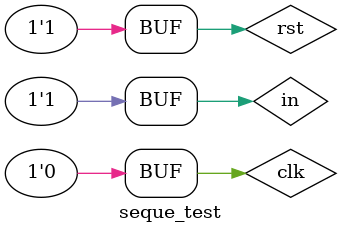
<source format=v>
`timescale 1ns / 1ps


module seque_test;

	// Inputs
	reg clk;
	reg rst;
	reg in;

	// Outputs
	wire out;

	// Instantiate the Unit Under Test (UUT)
	seque_detect uut (
		.clk(clk), 
		.rst(rst), 
		.in(in), 
		.out(out)
	);

	initial begin
		// Initialize Inputs
		clk = 0;
		rst = 0;
		in = 0;

		#10 rst=0; #20 rst =1;
		#20 in=111011011;
		#40 in=1011011011;
        
		// Add stimulus here
	end
      
endmodule


</source>
